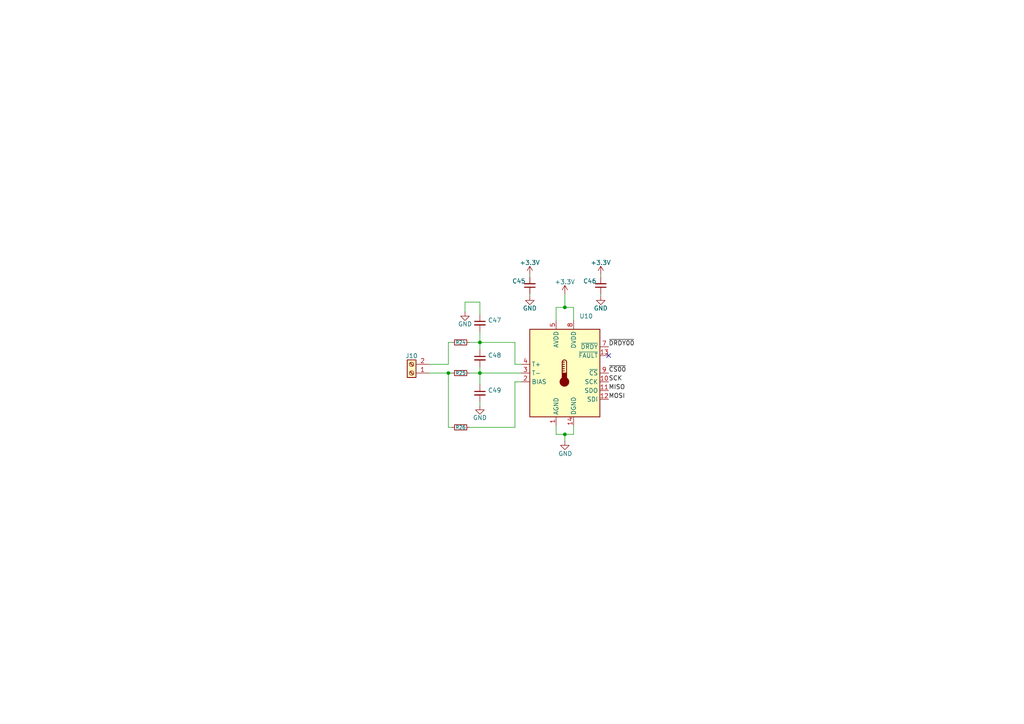
<source format=kicad_sch>
(kicad_sch (version 20211123) (generator eeschema)
  (paper "A4")
  (lib_symbols
    (symbol "Connector:Screw_Terminal_01x02" (pin_names (offset 1.016) hide)
      (property "Reference" "J" (at 0 2.54 0))
      (property "Value" "Screw_Terminal_01x02" (at 0 -5.08 0))
      (symbol "Screw_Terminal_01x02_1_1"
        (rectangle (start -1.27 1.27) (end 1.27 -3.81) (stroke (width 0.254)) (fill (type background)))
        (circle (center 0 -2.54) (radius 0.635) (stroke (width 0.1524)))
        (polyline (pts (xy -0.5334 -2.2098) (xy 0.3302 -3.048)) (stroke (width 0.1524)))
        (polyline (pts (xy -0.5334 0.3302) (xy 0.3302 -0.508)) (stroke (width 0.1524)))
        (polyline (pts (xy -0.3556 -2.032) (xy 0.508 -2.8702)) (stroke (width 0.1524)))
        (polyline (pts (xy -0.3556 0.508) (xy 0.508 -0.3302)) (stroke (width 0.1524)))
        (circle (center 0 0) (radius 0.635) (stroke (width 0.1524)))
        (pin passive line (at -5.08 0 0) (length 3.81) (name "Pin_1") (number "1"))
        (pin passive line (at -5.08 -2.54 0) (length 3.81) (name "Pin_2") (number "2"))
      )
    )
    (symbol "Device:C_Small" (pin_numbers hide) (pin_names (offset 0.254) hide)
      (property "Reference" "C" (at 0.254 1.778 0))
      (property "Value" "C_Small" (at 0.254 -2.032 0))
      (symbol "C_Small_0_1"
        (polyline (pts (xy -1.524 -0.508) (xy 1.524 -0.508)) (stroke (width 0.3302)))
        (polyline (pts (xy -1.524 0.508) (xy 1.524 0.508)) (stroke (width 0.3048)))
      )
      (symbol "C_Small_1_1"
        (pin passive line (at 0 2.54 270) (length 2.032) (name "~") (number "1"))
        (pin passive line (at 0 -2.54 90) (length 2.032) (name "~") (number "2"))
      )
    )
    (symbol "Device:R_Small" (pin_numbers hide) (pin_names (offset 0.254) hide)
      (property "Reference" "R" (at 0.762 0.508 0))
      (property "Value" "R_Small" (at 0.762 -1.016 0))
      (symbol "R_Small_0_1"
        (rectangle (start -0.762 1.778) (end 0.762 -1.778) (stroke (width 0.2032)))
      )
      (symbol "R_Small_1_1"
        (pin passive line (at 0 2.54 270) (length 0.762) (name "~") (number "1"))
        (pin passive line (at 0 -2.54 90) (length 0.762) (name "~") (number "2"))
      )
    )
    (symbol "Sensor_Temperature:MAX31856"
      (property "Reference" "U" (at -7.62 13.97 0))
      (property "Value" "MAX31856" (at 13.97 13.97 0))
      (symbol "MAX31856_0_1"
        (rectangle (start -10.16 12.7) (end 10.16 -12.7) (stroke (width 0.254)) (fill (type background)))
        (circle (center -0.127 -2.54) (radius 1.27) (stroke (width 0.254)) (fill (type outline)))
        (polyline (pts (xy -0.762 0.635) (xy -0.127 0.635)) (stroke (width 0.254)))
        (polyline (pts (xy -0.762 1.27) (xy -0.127 1.27)) (stroke (width 0.254)))
        (polyline (pts (xy -0.762 1.905) (xy -0.127 1.905)) (stroke (width 0.254)))
        (polyline (pts (xy -0.762 2.54) (xy -0.127 2.54)) (stroke (width 0.254)))
        (polyline (pts (xy -0.762 3.175) (xy -0.762 0)) (stroke (width 0.254)))
        (polyline (pts (xy -0.762 3.175) (xy -0.127 3.175)) (stroke (width 0.254)))
        (polyline (pts (xy 0.508 3.175) (xy 0.508 0)) (stroke (width 0.254)))
        (rectangle (start 0.508 -1.905) (end -0.762 0) (stroke (width 0.254)) (fill (type outline)))
        (arc (start 0.508 3.175) (mid -0.127 3.81) (end -0.762 3.175) (stroke (width 0.254)))
      )
      (symbol "MAX31856_1_1"
        (pin power_in line (at -2.54 -15.24 90) (length 2.54) (name "AGND") (number "1"))
        (pin input line (at 12.7 -2.54 180) (length 2.54) (name "SCK") (number "10"))
        (pin output line (at 12.7 -5.08 180) (length 2.54) (name "SDO") (number "11"))
        (pin input line (at 12.7 -7.62 180) (length 2.54) (name "SDI") (number "12"))
        (pin output line (at 12.7 5.08 180) (length 2.54) (name "~{FAULT}") (number "13"))
        (pin power_in line (at 2.54 -15.24 90) (length 2.54) (name "DGND") (number "14"))
        (pin input line (at -12.7 -2.54 0) (length 2.54) (name "BIAS") (number "2"))
        (pin input line (at -12.7 0 0) (length 2.54) (name "T-") (number "3"))
        (pin input line (at -12.7 2.54 0) (length 2.54) (name "T+") (number "4"))
        (pin power_in line (at -2.54 15.24 270) (length 2.54) (name "AVDD") (number "5"))
        (pin no_connect line (at -10.16 -7.62 0) (length 2.54) hide (name "DNC") (number "6"))
        (pin output line (at 12.7 7.62 180) (length 2.54) (name "~{DRDY}") (number "7"))
        (pin power_in line (at 2.54 15.24 270) (length 2.54) (name "DVDD") (number "8"))
        (pin input line (at 12.7 0 180) (length 2.54) (name "~{CS}") (number "9"))
      )
    )
    (symbol "power:+3.3V" (power) (pin_names (offset 0))
      (property "Value" "+3.3V" (at 0 3.556 0))
      (symbol "+3.3V_0_1"
        (polyline (pts (xy -0.762 1.27) (xy 0 2.54)))
        (polyline (pts (xy 0 0) (xy 0 2.54)))
        (polyline (pts (xy 0 2.54) (xy 0.762 1.27)))
      )
      (symbol "+3.3V_1_1"
        (pin power_in line (at 0 0 90) (length 0) hide (name "+3.3V") (number "1"))
      )
    )
    (symbol "power:GND" (power) (pin_names (offset 0))
      (property "Value" "GND" (at 0 -3.81 0))
      (symbol "GND_0_1"
        (polyline (pts (xy 0 0) (xy 0 -1.27) (xy 1.27 -1.27) (xy 0 -2.54) (xy -1.27 -1.27) (xy 0 -1.27)))
      )
      (symbol "GND_1_1"
        (pin power_in line (at 0 0 270) (length 0) hide (name "GND") (number "1"))
      )
    )
  )
  (junction (at 130.048 108.204))
  (junction (at 163.83 125.984))
  (junction (at 139.192 108.204))
  (junction (at 139.192 99.314))
  (junction (at 163.83 89.154))
  (no_connect (at 176.53 103.124))
  (wire (pts (xy 163.83 89.154) (xy 166.37 89.154)))
  (wire (pts (xy 163.83 85.344) (xy 163.83 89.154)))
  (wire (pts (xy 130.048 99.314) (xy 131.064 99.314)))
  (wire (pts (xy 130.048 123.952) (xy 131.064 123.952)))
  (wire (pts (xy 139.192 116.586) (xy 139.192 117.602)))
  (wire (pts (xy 139.192 108.204) (xy 139.192 111.506)))
  (wire (pts (xy 139.192 108.204) (xy 151.13 108.204)))
  (wire (pts (xy 151.13 105.664) (xy 149.352 105.664)))
  (wire (pts (xy 174.244 79.756) (xy 174.244 80.264)))
  (wire (pts (xy 149.352 105.664) (xy 149.352 99.314)))
  (wire (pts (xy 149.352 123.952) (xy 136.144 123.952)))
  (wire (pts (xy 153.67 85.344) (xy 153.67 85.852)))
  (wire (pts (xy 124.46 108.204) (xy 130.048 108.204)))
  (wire (pts (xy 163.83 125.984) (xy 163.83 127.889)))
  (wire (pts (xy 124.46 105.664) (xy 130.048 105.664)))
  (wire (pts (xy 149.352 110.744) (xy 149.352 123.952)))
  (wire (pts (xy 136.144 108.204) (xy 139.192 108.204)))
  (wire (pts (xy 139.192 99.314) (xy 139.192 101.346)))
  (wire (pts (xy 130.048 108.204) (xy 131.064 108.204)))
  (wire (pts (xy 134.874 87.63) (xy 134.874 90.424)))
  (wire (pts (xy 130.048 108.204) (xy 130.048 123.952)))
  (wire (pts (xy 161.29 92.964) (xy 161.29 89.154)))
  (wire (pts (xy 139.192 106.426) (xy 139.192 108.204)))
  (wire (pts (xy 139.192 87.63) (xy 134.874 87.63)))
  (wire (pts (xy 139.192 96.266) (xy 139.192 99.314)))
  (wire (pts (xy 136.144 99.314) (xy 139.192 99.314)))
  (wire (pts (xy 130.048 99.314) (xy 130.048 105.664)))
  (wire (pts (xy 174.244 85.344) (xy 174.244 85.852)))
  (wire (pts (xy 166.37 89.154) (xy 166.37 92.964)))
  (wire (pts (xy 166.37 125.984) (xy 166.37 123.444)))
  (wire (pts (xy 161.29 123.444) (xy 161.29 125.984)))
  (wire (pts (xy 151.13 110.744) (xy 149.352 110.744)))
  (wire (pts (xy 163.83 125.984) (xy 166.37 125.984)))
  (wire (pts (xy 139.192 91.186) (xy 139.192 87.63)))
  (wire (pts (xy 161.29 89.154) (xy 163.83 89.154)))
  (wire (pts (xy 161.29 125.984) (xy 163.83 125.984)))
  (wire (pts (xy 153.67 79.756) (xy 153.67 80.264)))
  (wire (pts (xy 149.352 99.314) (xy 139.192 99.314)))
  (label "~{CS00}" (at 176.53 108.204 0))
  (label "SCK" (at 176.53 110.744 0))
  (label "MISO" (at 176.53 113.284 0))
  (label "MOSI" (at 176.53 115.824 0))
  (label "~{DRDY00}" (at 176.53 100.584 0))
  (symbol (lib_id "Device:C_Small") (at 153.67 82.804 0) (mirror x) (unit 1)
    (property "Reference" "C45" (at 150.495 81.534 0))
  )
  (symbol (lib_id "power:+3.3V") (at 174.244 79.756 0) (unit 1)
    (property "Reference" "#PWR073" (effects hide))
  )
  (symbol (lib_id "power:GND") (at 153.67 85.852 0) (mirror y) (unit 1)
    (property "Reference" "#PWR075" (effects hide))
  )
  (symbol (lib_id "Device:R_Small") (at 133.604 108.204 90) (unit 1)
    (property "Reference" "R25" (at 133.604 108.204 90) (effects (font (size 1 1))))
  )
  (symbol (lib_id "power:+3.3V") (at 163.83 85.344 0) (unit 1)
    (property "Reference" "#PWR074" (effects hide))
  )
  (symbol (lib_id "Device:C_Small") (at 139.192 93.726 0) (unit 1)
    (property "Reference" "C47" (at 141.5161 92.8976 0) (effects (justify left)))
  )
  (symbol (lib_id "power:GND") (at 163.83 127.889 0) (unit 1)
    (property "Reference" "#PWR079" (effects hide))
  )
  (symbol (lib_id "Sensor_Temperature:MAX31856") (at 163.83 108.204 0) (unit 1)
    (property "Reference" "U10" (at 168.021 91.6971 0) (effects (justify left)))
    (property "Datasheet" "https://datasheets.maximintegrated.com/en/ds/MAX31856.pdf" (effects hide))
  )
  (symbol (lib_id "power:GND") (at 134.874 90.424 0) (mirror y) (unit 1)
    (property "Reference" "#PWR077" (effects hide))
  )
  (symbol (lib_id "Device:C_Small") (at 139.192 103.886 0) (unit 1)
    (property "Reference" "C48" (at 141.5161 103.0576 0) (effects (justify left)))
  )
  (symbol (lib_id "Connector:Screw_Terminal_01x02") (at 119.38 108.204 180) (unit 1)
    (property "Reference" "J10" (at 119.38 103.2312 0))
  )
  (symbol (lib_id "power:GND") (at 174.244 85.852 0) (mirror y) (unit 1)
    (property "Reference" "#PWR076" (effects hide))
  )
  (symbol (lib_id "Device:R_Small") (at 133.604 123.952 90) (unit 1)
    (property "Reference" "R26" (at 133.604 123.952 90) (effects (font (size 1 1))))
  )
  (symbol (lib_id "Device:C_Small") (at 139.192 114.046 0) (unit 1)
    (property "Reference" "C49" (at 141.5161 113.2176 0) (effects (justify left)))
  )
  (symbol (lib_id "Device:R_Small") (at 133.604 99.314 90) (unit 1)
    (property "Reference" "R24" (at 133.604 99.314 90) (effects (font (size 1 1))))
  )
  (symbol (lib_id "Device:C_Small") (at 174.244 82.804 0) (mirror x) (unit 1)
    (property "Reference" "C46" (at 171.069 81.534 0))
  )
  (symbol (lib_id "power:GND") (at 139.192 117.602 0) (mirror y) (unit 1)
    (property "Reference" "#PWR078" (effects hide))
  )
  (symbol (lib_id "power:+3.3V") (at 153.67 79.756 0) (unit 1)
    (property "Reference" "#PWR072" (effects hide))
  )
)
</source>
